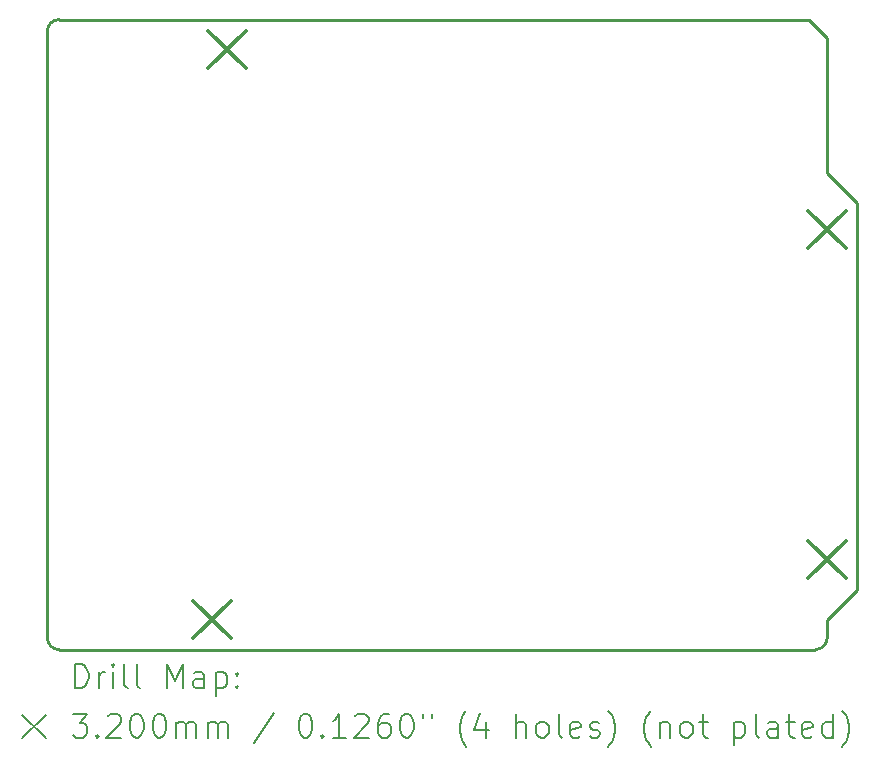
<source format=gbr>
%TF.GenerationSoftware,KiCad,Pcbnew,7.0.1*%
%TF.CreationDate,2023-08-20T21:18:53+10:00*%
%TF.ProjectId,UNO-128DA28,554e4f2d-3132-4384-9441-32382e6b6963,1.0*%
%TF.SameCoordinates,Original*%
%TF.FileFunction,Drillmap*%
%TF.FilePolarity,Positive*%
%FSLAX45Y45*%
G04 Gerber Fmt 4.5, Leading zero omitted, Abs format (unit mm)*
G04 Created by KiCad (PCBNEW 7.0.1) date 2023-08-20 21:18:53*
%MOMM*%
%LPD*%
G01*
G04 APERTURE LIST*
%ADD10C,0.254000*%
%ADD11C,0.200000*%
%ADD12C,0.320000*%
G04 APERTURE END LIST*
D10*
X14855111Y-10816511D02*
X14855111Y-14093111D01*
X7997109Y-14501111D02*
G75*
G03*
X8097111Y-14601111I100001J1D01*
G01*
X8097111Y-9267111D02*
X14448711Y-9267111D01*
X7997111Y-14501111D02*
X7997111Y-9367111D01*
X14601111Y-9419511D02*
X14601111Y-10562511D01*
X8097111Y-9267111D02*
G75*
G03*
X7997111Y-9367111I-1J-99999D01*
G01*
X14501111Y-14601111D02*
X8097111Y-14601111D01*
X14601111Y-10562511D02*
X14855111Y-10816511D01*
X14601111Y-14347111D02*
X14601111Y-14501111D01*
X14855111Y-14093111D02*
X14601111Y-14347111D01*
X14501111Y-14601111D02*
G75*
G03*
X14601111Y-14501111I-1J100001D01*
G01*
X14448711Y-9267111D02*
X14601111Y-9419511D01*
D11*
D12*
X9234111Y-14187111D02*
X9554111Y-14507111D01*
X9554111Y-14187111D02*
X9234111Y-14507111D01*
X9361111Y-9361111D02*
X9681111Y-9681111D01*
X9681111Y-9361111D02*
X9361111Y-9681111D01*
X14441111Y-10885111D02*
X14761111Y-11205111D01*
X14761111Y-10885111D02*
X14441111Y-11205111D01*
X14441111Y-13679111D02*
X14761111Y-13999111D01*
X14761111Y-13679111D02*
X14441111Y-13999111D01*
D11*
X8232030Y-14926334D02*
X8232030Y-14726334D01*
X8232030Y-14726334D02*
X8279649Y-14726334D01*
X8279649Y-14726334D02*
X8308220Y-14735858D01*
X8308220Y-14735858D02*
X8327268Y-14754906D01*
X8327268Y-14754906D02*
X8336792Y-14773953D01*
X8336792Y-14773953D02*
X8346315Y-14812049D01*
X8346315Y-14812049D02*
X8346315Y-14840620D01*
X8346315Y-14840620D02*
X8336792Y-14878715D01*
X8336792Y-14878715D02*
X8327268Y-14897763D01*
X8327268Y-14897763D02*
X8308220Y-14916811D01*
X8308220Y-14916811D02*
X8279649Y-14926334D01*
X8279649Y-14926334D02*
X8232030Y-14926334D01*
X8432030Y-14926334D02*
X8432030Y-14793001D01*
X8432030Y-14831096D02*
X8441554Y-14812049D01*
X8441554Y-14812049D02*
X8451077Y-14802525D01*
X8451077Y-14802525D02*
X8470125Y-14793001D01*
X8470125Y-14793001D02*
X8489173Y-14793001D01*
X8555839Y-14926334D02*
X8555839Y-14793001D01*
X8555839Y-14726334D02*
X8546315Y-14735858D01*
X8546315Y-14735858D02*
X8555839Y-14745382D01*
X8555839Y-14745382D02*
X8565363Y-14735858D01*
X8565363Y-14735858D02*
X8555839Y-14726334D01*
X8555839Y-14726334D02*
X8555839Y-14745382D01*
X8679649Y-14926334D02*
X8660601Y-14916811D01*
X8660601Y-14916811D02*
X8651077Y-14897763D01*
X8651077Y-14897763D02*
X8651077Y-14726334D01*
X8784411Y-14926334D02*
X8765363Y-14916811D01*
X8765363Y-14916811D02*
X8755839Y-14897763D01*
X8755839Y-14897763D02*
X8755839Y-14726334D01*
X9012982Y-14926334D02*
X9012982Y-14726334D01*
X9012982Y-14726334D02*
X9079649Y-14869192D01*
X9079649Y-14869192D02*
X9146315Y-14726334D01*
X9146315Y-14726334D02*
X9146315Y-14926334D01*
X9327268Y-14926334D02*
X9327268Y-14821573D01*
X9327268Y-14821573D02*
X9317744Y-14802525D01*
X9317744Y-14802525D02*
X9298696Y-14793001D01*
X9298696Y-14793001D02*
X9260601Y-14793001D01*
X9260601Y-14793001D02*
X9241554Y-14802525D01*
X9327268Y-14916811D02*
X9308220Y-14926334D01*
X9308220Y-14926334D02*
X9260601Y-14926334D01*
X9260601Y-14926334D02*
X9241554Y-14916811D01*
X9241554Y-14916811D02*
X9232030Y-14897763D01*
X9232030Y-14897763D02*
X9232030Y-14878715D01*
X9232030Y-14878715D02*
X9241554Y-14859668D01*
X9241554Y-14859668D02*
X9260601Y-14850144D01*
X9260601Y-14850144D02*
X9308220Y-14850144D01*
X9308220Y-14850144D02*
X9327268Y-14840620D01*
X9422506Y-14793001D02*
X9422506Y-14993001D01*
X9422506Y-14802525D02*
X9441554Y-14793001D01*
X9441554Y-14793001D02*
X9479649Y-14793001D01*
X9479649Y-14793001D02*
X9498696Y-14802525D01*
X9498696Y-14802525D02*
X9508220Y-14812049D01*
X9508220Y-14812049D02*
X9517744Y-14831096D01*
X9517744Y-14831096D02*
X9517744Y-14888239D01*
X9517744Y-14888239D02*
X9508220Y-14907287D01*
X9508220Y-14907287D02*
X9498696Y-14916811D01*
X9498696Y-14916811D02*
X9479649Y-14926334D01*
X9479649Y-14926334D02*
X9441554Y-14926334D01*
X9441554Y-14926334D02*
X9422506Y-14916811D01*
X9603458Y-14907287D02*
X9612982Y-14916811D01*
X9612982Y-14916811D02*
X9603458Y-14926334D01*
X9603458Y-14926334D02*
X9593935Y-14916811D01*
X9593935Y-14916811D02*
X9603458Y-14907287D01*
X9603458Y-14907287D02*
X9603458Y-14926334D01*
X9603458Y-14802525D02*
X9612982Y-14812049D01*
X9612982Y-14812049D02*
X9603458Y-14821573D01*
X9603458Y-14821573D02*
X9593935Y-14812049D01*
X9593935Y-14812049D02*
X9603458Y-14802525D01*
X9603458Y-14802525D02*
X9603458Y-14821573D01*
X7784411Y-15153811D02*
X7984411Y-15353811D01*
X7984411Y-15153811D02*
X7784411Y-15353811D01*
X8212982Y-15146334D02*
X8336792Y-15146334D01*
X8336792Y-15146334D02*
X8270125Y-15222525D01*
X8270125Y-15222525D02*
X8298696Y-15222525D01*
X8298696Y-15222525D02*
X8317744Y-15232049D01*
X8317744Y-15232049D02*
X8327268Y-15241573D01*
X8327268Y-15241573D02*
X8336792Y-15260620D01*
X8336792Y-15260620D02*
X8336792Y-15308239D01*
X8336792Y-15308239D02*
X8327268Y-15327287D01*
X8327268Y-15327287D02*
X8317744Y-15336811D01*
X8317744Y-15336811D02*
X8298696Y-15346334D01*
X8298696Y-15346334D02*
X8241553Y-15346334D01*
X8241553Y-15346334D02*
X8222506Y-15336811D01*
X8222506Y-15336811D02*
X8212982Y-15327287D01*
X8422506Y-15327287D02*
X8432030Y-15336811D01*
X8432030Y-15336811D02*
X8422506Y-15346334D01*
X8422506Y-15346334D02*
X8412982Y-15336811D01*
X8412982Y-15336811D02*
X8422506Y-15327287D01*
X8422506Y-15327287D02*
X8422506Y-15346334D01*
X8508220Y-15165382D02*
X8517744Y-15155858D01*
X8517744Y-15155858D02*
X8536792Y-15146334D01*
X8536792Y-15146334D02*
X8584411Y-15146334D01*
X8584411Y-15146334D02*
X8603458Y-15155858D01*
X8603458Y-15155858D02*
X8612982Y-15165382D01*
X8612982Y-15165382D02*
X8622506Y-15184430D01*
X8622506Y-15184430D02*
X8622506Y-15203477D01*
X8622506Y-15203477D02*
X8612982Y-15232049D01*
X8612982Y-15232049D02*
X8498696Y-15346334D01*
X8498696Y-15346334D02*
X8622506Y-15346334D01*
X8746315Y-15146334D02*
X8765363Y-15146334D01*
X8765363Y-15146334D02*
X8784411Y-15155858D01*
X8784411Y-15155858D02*
X8793935Y-15165382D01*
X8793935Y-15165382D02*
X8803458Y-15184430D01*
X8803458Y-15184430D02*
X8812982Y-15222525D01*
X8812982Y-15222525D02*
X8812982Y-15270144D01*
X8812982Y-15270144D02*
X8803458Y-15308239D01*
X8803458Y-15308239D02*
X8793935Y-15327287D01*
X8793935Y-15327287D02*
X8784411Y-15336811D01*
X8784411Y-15336811D02*
X8765363Y-15346334D01*
X8765363Y-15346334D02*
X8746315Y-15346334D01*
X8746315Y-15346334D02*
X8727268Y-15336811D01*
X8727268Y-15336811D02*
X8717744Y-15327287D01*
X8717744Y-15327287D02*
X8708220Y-15308239D01*
X8708220Y-15308239D02*
X8698696Y-15270144D01*
X8698696Y-15270144D02*
X8698696Y-15222525D01*
X8698696Y-15222525D02*
X8708220Y-15184430D01*
X8708220Y-15184430D02*
X8717744Y-15165382D01*
X8717744Y-15165382D02*
X8727268Y-15155858D01*
X8727268Y-15155858D02*
X8746315Y-15146334D01*
X8936792Y-15146334D02*
X8955839Y-15146334D01*
X8955839Y-15146334D02*
X8974887Y-15155858D01*
X8974887Y-15155858D02*
X8984411Y-15165382D01*
X8984411Y-15165382D02*
X8993935Y-15184430D01*
X8993935Y-15184430D02*
X9003458Y-15222525D01*
X9003458Y-15222525D02*
X9003458Y-15270144D01*
X9003458Y-15270144D02*
X8993935Y-15308239D01*
X8993935Y-15308239D02*
X8984411Y-15327287D01*
X8984411Y-15327287D02*
X8974887Y-15336811D01*
X8974887Y-15336811D02*
X8955839Y-15346334D01*
X8955839Y-15346334D02*
X8936792Y-15346334D01*
X8936792Y-15346334D02*
X8917744Y-15336811D01*
X8917744Y-15336811D02*
X8908220Y-15327287D01*
X8908220Y-15327287D02*
X8898696Y-15308239D01*
X8898696Y-15308239D02*
X8889173Y-15270144D01*
X8889173Y-15270144D02*
X8889173Y-15222525D01*
X8889173Y-15222525D02*
X8898696Y-15184430D01*
X8898696Y-15184430D02*
X8908220Y-15165382D01*
X8908220Y-15165382D02*
X8917744Y-15155858D01*
X8917744Y-15155858D02*
X8936792Y-15146334D01*
X9089173Y-15346334D02*
X9089173Y-15213001D01*
X9089173Y-15232049D02*
X9098696Y-15222525D01*
X9098696Y-15222525D02*
X9117744Y-15213001D01*
X9117744Y-15213001D02*
X9146316Y-15213001D01*
X9146316Y-15213001D02*
X9165363Y-15222525D01*
X9165363Y-15222525D02*
X9174887Y-15241573D01*
X9174887Y-15241573D02*
X9174887Y-15346334D01*
X9174887Y-15241573D02*
X9184411Y-15222525D01*
X9184411Y-15222525D02*
X9203458Y-15213001D01*
X9203458Y-15213001D02*
X9232030Y-15213001D01*
X9232030Y-15213001D02*
X9251077Y-15222525D01*
X9251077Y-15222525D02*
X9260601Y-15241573D01*
X9260601Y-15241573D02*
X9260601Y-15346334D01*
X9355839Y-15346334D02*
X9355839Y-15213001D01*
X9355839Y-15232049D02*
X9365363Y-15222525D01*
X9365363Y-15222525D02*
X9384411Y-15213001D01*
X9384411Y-15213001D02*
X9412982Y-15213001D01*
X9412982Y-15213001D02*
X9432030Y-15222525D01*
X9432030Y-15222525D02*
X9441554Y-15241573D01*
X9441554Y-15241573D02*
X9441554Y-15346334D01*
X9441554Y-15241573D02*
X9451077Y-15222525D01*
X9451077Y-15222525D02*
X9470125Y-15213001D01*
X9470125Y-15213001D02*
X9498696Y-15213001D01*
X9498696Y-15213001D02*
X9517744Y-15222525D01*
X9517744Y-15222525D02*
X9527268Y-15241573D01*
X9527268Y-15241573D02*
X9527268Y-15346334D01*
X9917744Y-15136811D02*
X9746316Y-15393953D01*
X10174887Y-15146334D02*
X10193935Y-15146334D01*
X10193935Y-15146334D02*
X10212982Y-15155858D01*
X10212982Y-15155858D02*
X10222506Y-15165382D01*
X10222506Y-15165382D02*
X10232030Y-15184430D01*
X10232030Y-15184430D02*
X10241554Y-15222525D01*
X10241554Y-15222525D02*
X10241554Y-15270144D01*
X10241554Y-15270144D02*
X10232030Y-15308239D01*
X10232030Y-15308239D02*
X10222506Y-15327287D01*
X10222506Y-15327287D02*
X10212982Y-15336811D01*
X10212982Y-15336811D02*
X10193935Y-15346334D01*
X10193935Y-15346334D02*
X10174887Y-15346334D01*
X10174887Y-15346334D02*
X10155839Y-15336811D01*
X10155839Y-15336811D02*
X10146316Y-15327287D01*
X10146316Y-15327287D02*
X10136792Y-15308239D01*
X10136792Y-15308239D02*
X10127268Y-15270144D01*
X10127268Y-15270144D02*
X10127268Y-15222525D01*
X10127268Y-15222525D02*
X10136792Y-15184430D01*
X10136792Y-15184430D02*
X10146316Y-15165382D01*
X10146316Y-15165382D02*
X10155839Y-15155858D01*
X10155839Y-15155858D02*
X10174887Y-15146334D01*
X10327268Y-15327287D02*
X10336792Y-15336811D01*
X10336792Y-15336811D02*
X10327268Y-15346334D01*
X10327268Y-15346334D02*
X10317744Y-15336811D01*
X10317744Y-15336811D02*
X10327268Y-15327287D01*
X10327268Y-15327287D02*
X10327268Y-15346334D01*
X10527268Y-15346334D02*
X10412982Y-15346334D01*
X10470125Y-15346334D02*
X10470125Y-15146334D01*
X10470125Y-15146334D02*
X10451078Y-15174906D01*
X10451078Y-15174906D02*
X10432030Y-15193953D01*
X10432030Y-15193953D02*
X10412982Y-15203477D01*
X10603459Y-15165382D02*
X10612982Y-15155858D01*
X10612982Y-15155858D02*
X10632030Y-15146334D01*
X10632030Y-15146334D02*
X10679649Y-15146334D01*
X10679649Y-15146334D02*
X10698697Y-15155858D01*
X10698697Y-15155858D02*
X10708220Y-15165382D01*
X10708220Y-15165382D02*
X10717744Y-15184430D01*
X10717744Y-15184430D02*
X10717744Y-15203477D01*
X10717744Y-15203477D02*
X10708220Y-15232049D01*
X10708220Y-15232049D02*
X10593935Y-15346334D01*
X10593935Y-15346334D02*
X10717744Y-15346334D01*
X10889173Y-15146334D02*
X10851078Y-15146334D01*
X10851078Y-15146334D02*
X10832030Y-15155858D01*
X10832030Y-15155858D02*
X10822506Y-15165382D01*
X10822506Y-15165382D02*
X10803459Y-15193953D01*
X10803459Y-15193953D02*
X10793935Y-15232049D01*
X10793935Y-15232049D02*
X10793935Y-15308239D01*
X10793935Y-15308239D02*
X10803459Y-15327287D01*
X10803459Y-15327287D02*
X10812982Y-15336811D01*
X10812982Y-15336811D02*
X10832030Y-15346334D01*
X10832030Y-15346334D02*
X10870125Y-15346334D01*
X10870125Y-15346334D02*
X10889173Y-15336811D01*
X10889173Y-15336811D02*
X10898697Y-15327287D01*
X10898697Y-15327287D02*
X10908220Y-15308239D01*
X10908220Y-15308239D02*
X10908220Y-15260620D01*
X10908220Y-15260620D02*
X10898697Y-15241573D01*
X10898697Y-15241573D02*
X10889173Y-15232049D01*
X10889173Y-15232049D02*
X10870125Y-15222525D01*
X10870125Y-15222525D02*
X10832030Y-15222525D01*
X10832030Y-15222525D02*
X10812982Y-15232049D01*
X10812982Y-15232049D02*
X10803459Y-15241573D01*
X10803459Y-15241573D02*
X10793935Y-15260620D01*
X11032030Y-15146334D02*
X11051078Y-15146334D01*
X11051078Y-15146334D02*
X11070125Y-15155858D01*
X11070125Y-15155858D02*
X11079649Y-15165382D01*
X11079649Y-15165382D02*
X11089173Y-15184430D01*
X11089173Y-15184430D02*
X11098697Y-15222525D01*
X11098697Y-15222525D02*
X11098697Y-15270144D01*
X11098697Y-15270144D02*
X11089173Y-15308239D01*
X11089173Y-15308239D02*
X11079649Y-15327287D01*
X11079649Y-15327287D02*
X11070125Y-15336811D01*
X11070125Y-15336811D02*
X11051078Y-15346334D01*
X11051078Y-15346334D02*
X11032030Y-15346334D01*
X11032030Y-15346334D02*
X11012982Y-15336811D01*
X11012982Y-15336811D02*
X11003459Y-15327287D01*
X11003459Y-15327287D02*
X10993935Y-15308239D01*
X10993935Y-15308239D02*
X10984411Y-15270144D01*
X10984411Y-15270144D02*
X10984411Y-15222525D01*
X10984411Y-15222525D02*
X10993935Y-15184430D01*
X10993935Y-15184430D02*
X11003459Y-15165382D01*
X11003459Y-15165382D02*
X11012982Y-15155858D01*
X11012982Y-15155858D02*
X11032030Y-15146334D01*
X11174887Y-15146334D02*
X11174887Y-15184430D01*
X11251078Y-15146334D02*
X11251078Y-15184430D01*
X11546316Y-15422525D02*
X11536792Y-15413001D01*
X11536792Y-15413001D02*
X11517744Y-15384430D01*
X11517744Y-15384430D02*
X11508220Y-15365382D01*
X11508220Y-15365382D02*
X11498697Y-15336811D01*
X11498697Y-15336811D02*
X11489173Y-15289192D01*
X11489173Y-15289192D02*
X11489173Y-15251096D01*
X11489173Y-15251096D02*
X11498697Y-15203477D01*
X11498697Y-15203477D02*
X11508220Y-15174906D01*
X11508220Y-15174906D02*
X11517744Y-15155858D01*
X11517744Y-15155858D02*
X11536792Y-15127287D01*
X11536792Y-15127287D02*
X11546316Y-15117763D01*
X11708220Y-15213001D02*
X11708220Y-15346334D01*
X11660601Y-15136811D02*
X11612982Y-15279668D01*
X11612982Y-15279668D02*
X11736792Y-15279668D01*
X11965363Y-15346334D02*
X11965363Y-15146334D01*
X12051078Y-15346334D02*
X12051078Y-15241573D01*
X12051078Y-15241573D02*
X12041554Y-15222525D01*
X12041554Y-15222525D02*
X12022506Y-15213001D01*
X12022506Y-15213001D02*
X11993935Y-15213001D01*
X11993935Y-15213001D02*
X11974887Y-15222525D01*
X11974887Y-15222525D02*
X11965363Y-15232049D01*
X12174887Y-15346334D02*
X12155840Y-15336811D01*
X12155840Y-15336811D02*
X12146316Y-15327287D01*
X12146316Y-15327287D02*
X12136792Y-15308239D01*
X12136792Y-15308239D02*
X12136792Y-15251096D01*
X12136792Y-15251096D02*
X12146316Y-15232049D01*
X12146316Y-15232049D02*
X12155840Y-15222525D01*
X12155840Y-15222525D02*
X12174887Y-15213001D01*
X12174887Y-15213001D02*
X12203459Y-15213001D01*
X12203459Y-15213001D02*
X12222506Y-15222525D01*
X12222506Y-15222525D02*
X12232030Y-15232049D01*
X12232030Y-15232049D02*
X12241554Y-15251096D01*
X12241554Y-15251096D02*
X12241554Y-15308239D01*
X12241554Y-15308239D02*
X12232030Y-15327287D01*
X12232030Y-15327287D02*
X12222506Y-15336811D01*
X12222506Y-15336811D02*
X12203459Y-15346334D01*
X12203459Y-15346334D02*
X12174887Y-15346334D01*
X12355840Y-15346334D02*
X12336792Y-15336811D01*
X12336792Y-15336811D02*
X12327268Y-15317763D01*
X12327268Y-15317763D02*
X12327268Y-15146334D01*
X12508221Y-15336811D02*
X12489173Y-15346334D01*
X12489173Y-15346334D02*
X12451078Y-15346334D01*
X12451078Y-15346334D02*
X12432030Y-15336811D01*
X12432030Y-15336811D02*
X12422506Y-15317763D01*
X12422506Y-15317763D02*
X12422506Y-15241573D01*
X12422506Y-15241573D02*
X12432030Y-15222525D01*
X12432030Y-15222525D02*
X12451078Y-15213001D01*
X12451078Y-15213001D02*
X12489173Y-15213001D01*
X12489173Y-15213001D02*
X12508221Y-15222525D01*
X12508221Y-15222525D02*
X12517744Y-15241573D01*
X12517744Y-15241573D02*
X12517744Y-15260620D01*
X12517744Y-15260620D02*
X12422506Y-15279668D01*
X12593935Y-15336811D02*
X12612982Y-15346334D01*
X12612982Y-15346334D02*
X12651078Y-15346334D01*
X12651078Y-15346334D02*
X12670125Y-15336811D01*
X12670125Y-15336811D02*
X12679649Y-15317763D01*
X12679649Y-15317763D02*
X12679649Y-15308239D01*
X12679649Y-15308239D02*
X12670125Y-15289192D01*
X12670125Y-15289192D02*
X12651078Y-15279668D01*
X12651078Y-15279668D02*
X12622506Y-15279668D01*
X12622506Y-15279668D02*
X12603459Y-15270144D01*
X12603459Y-15270144D02*
X12593935Y-15251096D01*
X12593935Y-15251096D02*
X12593935Y-15241573D01*
X12593935Y-15241573D02*
X12603459Y-15222525D01*
X12603459Y-15222525D02*
X12622506Y-15213001D01*
X12622506Y-15213001D02*
X12651078Y-15213001D01*
X12651078Y-15213001D02*
X12670125Y-15222525D01*
X12746316Y-15422525D02*
X12755840Y-15413001D01*
X12755840Y-15413001D02*
X12774887Y-15384430D01*
X12774887Y-15384430D02*
X12784411Y-15365382D01*
X12784411Y-15365382D02*
X12793935Y-15336811D01*
X12793935Y-15336811D02*
X12803459Y-15289192D01*
X12803459Y-15289192D02*
X12803459Y-15251096D01*
X12803459Y-15251096D02*
X12793935Y-15203477D01*
X12793935Y-15203477D02*
X12784411Y-15174906D01*
X12784411Y-15174906D02*
X12774887Y-15155858D01*
X12774887Y-15155858D02*
X12755840Y-15127287D01*
X12755840Y-15127287D02*
X12746316Y-15117763D01*
X13108221Y-15422525D02*
X13098697Y-15413001D01*
X13098697Y-15413001D02*
X13079649Y-15384430D01*
X13079649Y-15384430D02*
X13070125Y-15365382D01*
X13070125Y-15365382D02*
X13060602Y-15336811D01*
X13060602Y-15336811D02*
X13051078Y-15289192D01*
X13051078Y-15289192D02*
X13051078Y-15251096D01*
X13051078Y-15251096D02*
X13060602Y-15203477D01*
X13060602Y-15203477D02*
X13070125Y-15174906D01*
X13070125Y-15174906D02*
X13079649Y-15155858D01*
X13079649Y-15155858D02*
X13098697Y-15127287D01*
X13098697Y-15127287D02*
X13108221Y-15117763D01*
X13184411Y-15213001D02*
X13184411Y-15346334D01*
X13184411Y-15232049D02*
X13193935Y-15222525D01*
X13193935Y-15222525D02*
X13212982Y-15213001D01*
X13212982Y-15213001D02*
X13241554Y-15213001D01*
X13241554Y-15213001D02*
X13260602Y-15222525D01*
X13260602Y-15222525D02*
X13270125Y-15241573D01*
X13270125Y-15241573D02*
X13270125Y-15346334D01*
X13393935Y-15346334D02*
X13374887Y-15336811D01*
X13374887Y-15336811D02*
X13365363Y-15327287D01*
X13365363Y-15327287D02*
X13355840Y-15308239D01*
X13355840Y-15308239D02*
X13355840Y-15251096D01*
X13355840Y-15251096D02*
X13365363Y-15232049D01*
X13365363Y-15232049D02*
X13374887Y-15222525D01*
X13374887Y-15222525D02*
X13393935Y-15213001D01*
X13393935Y-15213001D02*
X13422506Y-15213001D01*
X13422506Y-15213001D02*
X13441554Y-15222525D01*
X13441554Y-15222525D02*
X13451078Y-15232049D01*
X13451078Y-15232049D02*
X13460602Y-15251096D01*
X13460602Y-15251096D02*
X13460602Y-15308239D01*
X13460602Y-15308239D02*
X13451078Y-15327287D01*
X13451078Y-15327287D02*
X13441554Y-15336811D01*
X13441554Y-15336811D02*
X13422506Y-15346334D01*
X13422506Y-15346334D02*
X13393935Y-15346334D01*
X13517744Y-15213001D02*
X13593935Y-15213001D01*
X13546316Y-15146334D02*
X13546316Y-15317763D01*
X13546316Y-15317763D02*
X13555840Y-15336811D01*
X13555840Y-15336811D02*
X13574887Y-15346334D01*
X13574887Y-15346334D02*
X13593935Y-15346334D01*
X13812983Y-15213001D02*
X13812983Y-15413001D01*
X13812983Y-15222525D02*
X13832030Y-15213001D01*
X13832030Y-15213001D02*
X13870125Y-15213001D01*
X13870125Y-15213001D02*
X13889173Y-15222525D01*
X13889173Y-15222525D02*
X13898697Y-15232049D01*
X13898697Y-15232049D02*
X13908221Y-15251096D01*
X13908221Y-15251096D02*
X13908221Y-15308239D01*
X13908221Y-15308239D02*
X13898697Y-15327287D01*
X13898697Y-15327287D02*
X13889173Y-15336811D01*
X13889173Y-15336811D02*
X13870125Y-15346334D01*
X13870125Y-15346334D02*
X13832030Y-15346334D01*
X13832030Y-15346334D02*
X13812983Y-15336811D01*
X14022506Y-15346334D02*
X14003459Y-15336811D01*
X14003459Y-15336811D02*
X13993935Y-15317763D01*
X13993935Y-15317763D02*
X13993935Y-15146334D01*
X14184411Y-15346334D02*
X14184411Y-15241573D01*
X14184411Y-15241573D02*
X14174887Y-15222525D01*
X14174887Y-15222525D02*
X14155840Y-15213001D01*
X14155840Y-15213001D02*
X14117744Y-15213001D01*
X14117744Y-15213001D02*
X14098697Y-15222525D01*
X14184411Y-15336811D02*
X14165364Y-15346334D01*
X14165364Y-15346334D02*
X14117744Y-15346334D01*
X14117744Y-15346334D02*
X14098697Y-15336811D01*
X14098697Y-15336811D02*
X14089173Y-15317763D01*
X14089173Y-15317763D02*
X14089173Y-15298715D01*
X14089173Y-15298715D02*
X14098697Y-15279668D01*
X14098697Y-15279668D02*
X14117744Y-15270144D01*
X14117744Y-15270144D02*
X14165364Y-15270144D01*
X14165364Y-15270144D02*
X14184411Y-15260620D01*
X14251078Y-15213001D02*
X14327268Y-15213001D01*
X14279649Y-15146334D02*
X14279649Y-15317763D01*
X14279649Y-15317763D02*
X14289173Y-15336811D01*
X14289173Y-15336811D02*
X14308221Y-15346334D01*
X14308221Y-15346334D02*
X14327268Y-15346334D01*
X14470125Y-15336811D02*
X14451078Y-15346334D01*
X14451078Y-15346334D02*
X14412983Y-15346334D01*
X14412983Y-15346334D02*
X14393935Y-15336811D01*
X14393935Y-15336811D02*
X14384411Y-15317763D01*
X14384411Y-15317763D02*
X14384411Y-15241573D01*
X14384411Y-15241573D02*
X14393935Y-15222525D01*
X14393935Y-15222525D02*
X14412983Y-15213001D01*
X14412983Y-15213001D02*
X14451078Y-15213001D01*
X14451078Y-15213001D02*
X14470125Y-15222525D01*
X14470125Y-15222525D02*
X14479649Y-15241573D01*
X14479649Y-15241573D02*
X14479649Y-15260620D01*
X14479649Y-15260620D02*
X14384411Y-15279668D01*
X14651078Y-15346334D02*
X14651078Y-15146334D01*
X14651078Y-15336811D02*
X14632030Y-15346334D01*
X14632030Y-15346334D02*
X14593935Y-15346334D01*
X14593935Y-15346334D02*
X14574887Y-15336811D01*
X14574887Y-15336811D02*
X14565364Y-15327287D01*
X14565364Y-15327287D02*
X14555840Y-15308239D01*
X14555840Y-15308239D02*
X14555840Y-15251096D01*
X14555840Y-15251096D02*
X14565364Y-15232049D01*
X14565364Y-15232049D02*
X14574887Y-15222525D01*
X14574887Y-15222525D02*
X14593935Y-15213001D01*
X14593935Y-15213001D02*
X14632030Y-15213001D01*
X14632030Y-15213001D02*
X14651078Y-15222525D01*
X14727268Y-15422525D02*
X14736792Y-15413001D01*
X14736792Y-15413001D02*
X14755840Y-15384430D01*
X14755840Y-15384430D02*
X14765364Y-15365382D01*
X14765364Y-15365382D02*
X14774887Y-15336811D01*
X14774887Y-15336811D02*
X14784411Y-15289192D01*
X14784411Y-15289192D02*
X14784411Y-15251096D01*
X14784411Y-15251096D02*
X14774887Y-15203477D01*
X14774887Y-15203477D02*
X14765364Y-15174906D01*
X14765364Y-15174906D02*
X14755840Y-15155858D01*
X14755840Y-15155858D02*
X14736792Y-15127287D01*
X14736792Y-15127287D02*
X14727268Y-15117763D01*
M02*

</source>
